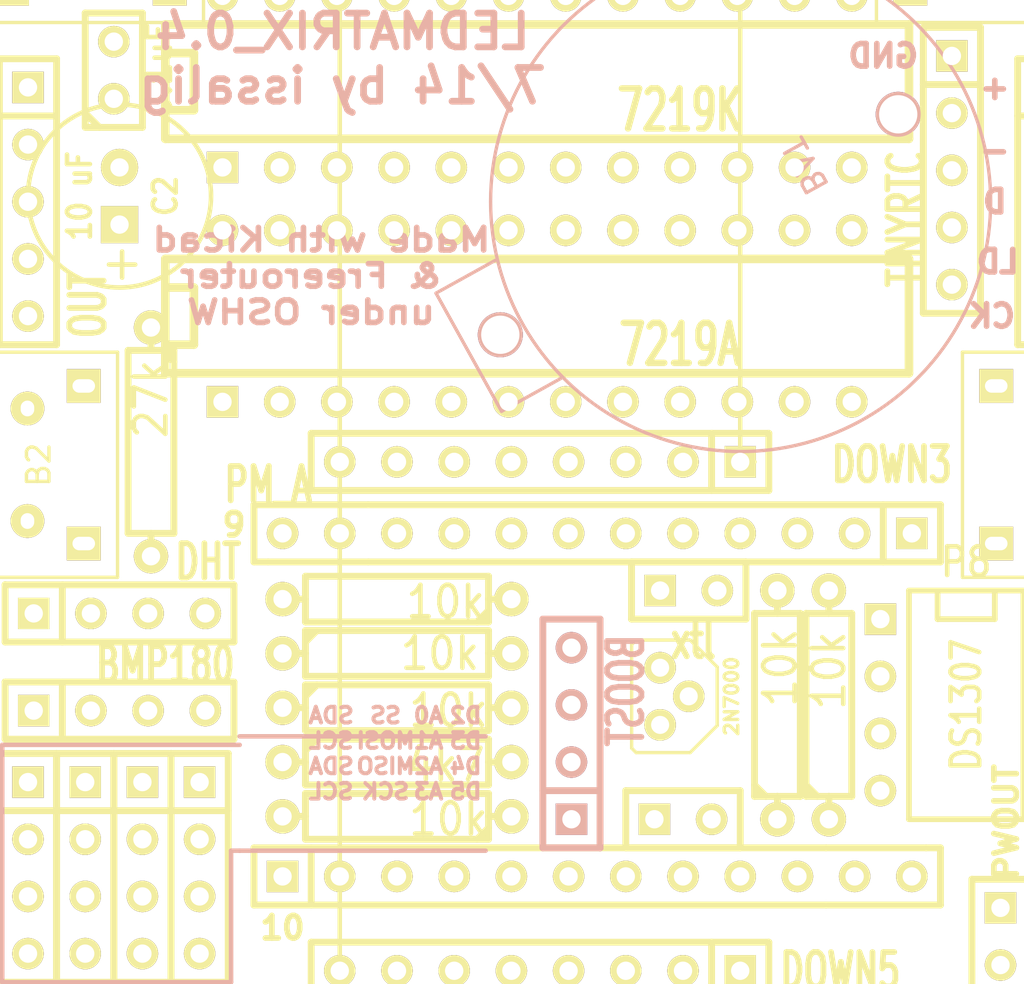
<source format=kicad_pcb>
(kicad_pcb (version 3) (host pcbnew "(2013-07-07 BZR 4022)-stable")

  (general
    (links 135)
    (no_connects 135)
    (area 173.101 72.576999 234.68076 132.884333)
    (thickness 1.6)
    (drawings 33)
    (tracks 0)
    (zones 0)
    (modules 38)
    (nets 45)
  )

  (page A4)
  (layers
    (15 F.Cu signal hide)
    (0 B.Cu signal hide)
    (17 F.Adhes user hide)
    (19 F.Paste user hide)
    (20 B.SilkS user)
    (21 F.SilkS user hide)
    (22 B.Mask user hide)
    (23 F.Mask user hide)
    (28 Edge.Cuts user hide)
  )

  (setup
    (last_trace_width 0.254)
    (trace_clearance 0.254)
    (zone_clearance 0.508)
    (zone_45_only no)
    (trace_min 0.254)
    (segment_width 0.2)
    (edge_width 0.1)
    (via_size 0.889)
    (via_drill 0.635)
    (via_min_size 0.889)
    (via_min_drill 0.508)
    (uvia_size 0.508)
    (uvia_drill 0.127)
    (uvias_allowed no)
    (uvia_min_size 0.508)
    (uvia_min_drill 0.127)
    (pcb_text_width 0.3)
    (pcb_text_size 1.5 1.5)
    (mod_edge_width 0.15)
    (mod_text_size 1 1)
    (mod_text_width 0.15)
    (pad_size 1.5 1.5)
    (pad_drill 0.7)
    (pad_to_mask_clearance 0)
    (aux_axis_origin 0 0)
    (visible_elements 7FFE7BFF)
    (pcbplotparams
      (layerselection 284196865)
      (usegerberextensions true)
      (excludeedgelayer true)
      (linewidth 0.150000)
      (plotframeref false)
      (viasonmask false)
      (mode 1)
      (useauxorigin false)
      (hpglpennumber 1)
      (hpglpenspeed 20)
      (hpglpendiameter 15)
      (hpglpenoverlay 2)
      (psnegative false)
      (psa4output false)
      (plotreference true)
      (plotvalue true)
      (plotothertext true)
      (plotinvisibletext false)
      (padsonsilk false)
      (subtractmaskfromsilk false)
      (outputformat 1)
      (mirror false)
      (drillshape 0)
      (scaleselection 1)
      (outputdirectory itead-0.3/))
  )

  (net 0 "")
  (net 1 +3.3V)
  (net 2 +5V)
  (net 3 /1)
  (net 4 /10)
  (net 5 /11)
  (net 6 /12)
  (net 7 /13)
  (net 8 /14)
  (net 9 /15)
  (net 10 /16)
  (net 11 /2)
  (net 12 /3)
  (net 13 /4)
  (net 14 /5)
  (net 15 /6)
  (net 16 /7)
  (net 17 /8)
  (net 18 /9)
  (net 19 /A0)
  (net 20 /A1)
  (net 21 /A2)
  (net 22 /A3)
  (net 23 /A4_SDA)
  (net 24 /A5_SCL)
  (net 25 /CK)
  (net 26 /D10)
  (net 27 /D11)
  (net 28 /D12)
  (net 29 /D13)
  (net 30 /D2)
  (net 31 /D3)
  (net 32 /D4)
  (net 33 /D5)
  (net 34 /D6)
  (net 35 /D7)
  (net 36 /D9)
  (net 37 /DOUT)
  (net 38 /IS)
  (net 39 /VCCRTC)
  (net 40 GND)
  (net 41 N-0000023)
  (net 42 N-0000024)
  (net 43 N-0000031)
  (net 44 VCC)

  (net_class Default "This is the default net class."
    (clearance 0.254)
    (trace_width 0.254)
    (via_dia 0.889)
    (via_drill 0.635)
    (uvia_dia 0.508)
    (uvia_drill 0.127)
    (add_net "")
    (add_net +3.3V)
    (add_net +5V)
    (add_net /1)
    (add_net /10)
    (add_net /11)
    (add_net /12)
    (add_net /13)
    (add_net /14)
    (add_net /15)
    (add_net /16)
    (add_net /2)
    (add_net /3)
    (add_net /4)
    (add_net /5)
    (add_net /6)
    (add_net /7)
    (add_net /8)
    (add_net /9)
    (add_net /A0)
    (add_net /A1)
    (add_net /A2)
    (add_net /A3)
    (add_net /A4_SDA)
    (add_net /A5_SCL)
    (add_net /CK)
    (add_net /D10)
    (add_net /D11)
    (add_net /D12)
    (add_net /D13)
    (add_net /D2)
    (add_net /D3)
    (add_net /D4)
    (add_net /D5)
    (add_net /D6)
    (add_net /D7)
    (add_net /D9)
    (add_net /DOUT)
    (add_net /IS)
    (add_net /VCCRTC)
    (add_net GND)
    (add_net N-0000023)
    (add_net N-0000024)
    (add_net N-0000031)
    (add_net VCC)
  )

  (module SIL-8 (layer F.Cu) (tedit 538AFC4B) (tstamp 532E06B0)
    (at 208.915 74.803)
    (descr "Connecteur 8 pins")
    (tags "CONN DEV")
    (path /532DF209)
    (fp_text reference P1 (at 12.065 0.127) (layer F.SilkS) hide
      (effects (font (size 1.72974 1.08712) (thickness 0.27178)))
    )
    (fp_text value UP (at 12.065 0.127) (layer F.SilkS)
      (effects (font (size 1.524 1.016) (thickness 0.3048)))
    )
    (fp_line (start -10.16 -1.27) (end 10.16 -1.27) (layer F.SilkS) (width 0.3048))
    (fp_line (start 10.16 -1.27) (end 10.16 1.27) (layer F.SilkS) (width 0.3048))
    (fp_line (start 10.16 1.27) (end -10.16 1.27) (layer F.SilkS) (width 0.3048))
    (fp_line (start -10.16 1.27) (end -10.16 -1.27) (layer F.SilkS) (width 0.3048))
    (fp_line (start -7.62 1.27) (end -7.62 -1.27) (layer F.SilkS) (width 0.3048))
    (pad 1 thru_hole rect (at -8.89 0) (size 1.397 1.397) (drill 0.8128)
      (layers *.Cu *.Mask F.SilkS)
      (net 18 /9)
    )
    (pad 2 thru_hole circle (at -6.35 0) (size 1.397 1.397) (drill 0.8128)
      (layers *.Cu *.Mask F.SilkS)
      (net 4 /10)
    )
    (pad 3 thru_hole circle (at -3.81 0) (size 1.397 1.397) (drill 0.8128)
      (layers *.Cu *.Mask F.SilkS)
      (net 5 /11)
    )
    (pad 4 thru_hole circle (at -1.27 0) (size 1.397 1.397) (drill 0.8128)
      (layers *.Cu *.Mask F.SilkS)
      (net 6 /12)
    )
    (pad 5 thru_hole circle (at 1.27 0) (size 1.397 1.397) (drill 0.8128)
      (layers *.Cu *.Mask F.SilkS)
      (net 7 /13)
    )
    (pad 6 thru_hole circle (at 3.81 0) (size 1.397 1.397) (drill 0.8128)
      (layers *.Cu *.Mask F.SilkS)
      (net 8 /14)
    )
    (pad 7 thru_hole circle (at 6.35 0) (size 1.397 1.397) (drill 0.8128)
      (layers *.Cu *.Mask F.SilkS)
      (net 9 /15)
    )
    (pad 8 thru_hole circle (at 8.89 0) (size 1.397 1.397) (drill 0.8128)
      (layers *.Cu *.Mask F.SilkS)
      (net 10 /16)
    )
  )

  (module SIL-8 (layer F.Cu) (tedit 538AFC3D) (tstamp 532E06C1)
    (at 208.915 121.031 180)
    (descr "Connecteur 8 pins")
    (tags "CONN DEV")
    (path /532DF24C)
    (fp_text reference P2 (at 11.43 -0.254 180) (layer F.SilkS) hide
      (effects (font (size 1.72974 1.08712) (thickness 0.27178)))
    )
    (fp_text value DOWN5 (at -13.335 0 180) (layer F.SilkS)
      (effects (font (size 1.524 1.016) (thickness 0.3048)))
    )
    (fp_line (start -10.16 -1.27) (end 10.16 -1.27) (layer F.SilkS) (width 0.3048))
    (fp_line (start 10.16 -1.27) (end 10.16 1.27) (layer F.SilkS) (width 0.3048))
    (fp_line (start 10.16 1.27) (end -10.16 1.27) (layer F.SilkS) (width 0.3048))
    (fp_line (start -10.16 1.27) (end -10.16 -1.27) (layer F.SilkS) (width 0.3048))
    (fp_line (start -7.62 1.27) (end -7.62 -1.27) (layer F.SilkS) (width 0.3048))
    (pad 1 thru_hole rect (at -8.89 0 180) (size 1.397 1.397) (drill 0.8128)
      (layers *.Cu *.Mask F.SilkS)
      (net 3 /1)
    )
    (pad 2 thru_hole circle (at -6.35 0 180) (size 1.397 1.397) (drill 0.8128)
      (layers *.Cu *.Mask F.SilkS)
      (net 11 /2)
    )
    (pad 3 thru_hole circle (at -3.81 0 180) (size 1.397 1.397) (drill 0.8128)
      (layers *.Cu *.Mask F.SilkS)
      (net 12 /3)
    )
    (pad 4 thru_hole circle (at -1.27 0 180) (size 1.397 1.397) (drill 0.8128)
      (layers *.Cu *.Mask F.SilkS)
      (net 13 /4)
    )
    (pad 5 thru_hole circle (at 1.27 0 180) (size 1.397 1.397) (drill 0.8128)
      (layers *.Cu *.Mask F.SilkS)
      (net 14 /5)
    )
    (pad 6 thru_hole circle (at 3.81 0 180) (size 1.397 1.397) (drill 0.8128)
      (layers *.Cu *.Mask F.SilkS)
      (net 15 /6)
    )
    (pad 7 thru_hole circle (at 6.35 0 180) (size 1.397 1.397) (drill 0.8128)
      (layers *.Cu *.Mask F.SilkS)
      (net 16 /7)
    )
    (pad 8 thru_hole circle (at 8.89 0 180) (size 1.397 1.397) (drill 0.8128)
      (layers *.Cu *.Mask F.SilkS)
      (net 17 /8)
    )
  )

  (module R4 (layer F.Cu) (tedit 538A5ED6) (tstamp 5388D9C7)
    (at 202.565 106.934)
    (descr "Resitance 4 pas")
    (tags R)
    (path /532DF8CE)
    (autoplace_cost180 10)
    (fp_text reference R2 (at -2.54 0) (layer F.SilkS) hide
      (effects (font (size 1.397 1.27) (thickness 0.2032)))
    )
    (fp_text value 10k (at 1.905 0) (layer F.SilkS)
      (effects (font (size 1.397 1.27) (thickness 0.2032)))
    )
    (fp_line (start -5.08 0) (end -4.064 0) (layer F.SilkS) (width 0.3048))
    (fp_line (start -4.064 0) (end -4.064 -1.016) (layer F.SilkS) (width 0.3048))
    (fp_line (start -4.064 -1.016) (end 4.064 -1.016) (layer F.SilkS) (width 0.3048))
    (fp_line (start 4.064 -1.016) (end 4.064 1.016) (layer F.SilkS) (width 0.3048))
    (fp_line (start 4.064 1.016) (end -4.064 1.016) (layer F.SilkS) (width 0.3048))
    (fp_line (start -4.064 1.016) (end -4.064 0) (layer F.SilkS) (width 0.3048))
    (fp_line (start -4.064 -0.508) (end -3.556 -1.016) (layer F.SilkS) (width 0.3048))
    (fp_line (start 5.08 0) (end 4.064 0) (layer F.SilkS) (width 0.3048))
    (pad 1 thru_hole circle (at -5.08 0) (size 1.524 1.524) (drill 0.8128)
      (layers *.Cu *.Mask F.SilkS)
      (net 35 /D7)
    )
    (pad 2 thru_hole circle (at 5.08 0) (size 1.524 1.524) (drill 0.8128)
      (layers *.Cu *.Mask F.SilkS)
      (net 40 GND)
    )
    (model discret/resistor.wrl
      (at (xyz 0 0 0))
      (scale (xyz 0.4 0.4 0.4))
      (rotate (xyz 0 0 0))
    )
  )

  (module R4 (layer F.Cu) (tedit 538A5ECB) (tstamp 53B82DA9)
    (at 191.643 97.536 270)
    (descr "Resitance 4 pas")
    (tags R)
    (path /532DF9A8)
    (autoplace_cost180 10)
    (fp_text reference R1 (at 2.54 0 270) (layer F.SilkS) hide
      (effects (font (size 1.397 1.27) (thickness 0.2032)))
    )
    (fp_text value 27k (at -1.905 0 270) (layer F.SilkS)
      (effects (font (size 1.397 1.27) (thickness 0.2032)))
    )
    (fp_line (start -5.08 0) (end -4.064 0) (layer F.SilkS) (width 0.3048))
    (fp_line (start -4.064 0) (end -4.064 -1.016) (layer F.SilkS) (width 0.3048))
    (fp_line (start -4.064 -1.016) (end 4.064 -1.016) (layer F.SilkS) (width 0.3048))
    (fp_line (start 4.064 -1.016) (end 4.064 1.016) (layer F.SilkS) (width 0.3048))
    (fp_line (start 4.064 1.016) (end -4.064 1.016) (layer F.SilkS) (width 0.3048))
    (fp_line (start -4.064 1.016) (end -4.064 0) (layer F.SilkS) (width 0.3048))
    (fp_line (start -4.064 -0.508) (end -3.556 -1.016) (layer F.SilkS) (width 0.3048))
    (fp_line (start 5.08 0) (end 4.064 0) (layer F.SilkS) (width 0.3048))
    (pad 1 thru_hole circle (at -5.08 0 270) (size 1.524 1.524) (drill 0.8128)
      (layers *.Cu *.Mask F.SilkS)
      (net 44 VCC)
    )
    (pad 2 thru_hole circle (at 5.08 0 270) (size 1.524 1.524) (drill 0.8128)
      (layers *.Cu *.Mask F.SilkS)
      (net 38 /IS)
    )
    (model discret/resistor.wrl
      (at (xyz 0 0 0))
      (scale (xyz 0.4 0.4 0.4))
      (rotate (xyz 0 0 0))
    )
  )

  (module DIP-24__300 (layer F.Cu) (tedit 5389DF33) (tstamp 5389C55C)
    (at 208.788 81.534)
    (descr "24 pins DIL package, round pads")
    (tags DIL)
    (path /532D97A9)
    (fp_text reference U1 (at -8.89 -1.27) (layer F.SilkS) hide
      (effects (font (size 1.778 1.143) (thickness 0.28575)))
    )
    (fp_text value 7219K (at 6.35 1.27) (layer F.SilkS)
      (effects (font (size 1.778 1.143) (thickness 0.3048)))
    )
    (fp_line (start -16.51 -1.27) (end -15.24 -1.27) (layer F.SilkS) (width 0.381))
    (fp_line (start -15.24 -1.27) (end -15.24 1.27) (layer F.SilkS) (width 0.381))
    (fp_line (start -15.24 1.27) (end -16.51 1.27) (layer F.SilkS) (width 0.381))
    (fp_line (start -16.51 1.27) (end -16.51 1.27) (layer F.SilkS) (width 0.381))
    (fp_line (start -16.51 -2.54) (end 16.51 -2.54) (layer F.SilkS) (width 0.381))
    (fp_line (start 16.51 -2.54) (end 16.51 2.54) (layer F.SilkS) (width 0.381))
    (fp_line (start 16.51 2.54) (end -16.51 2.54) (layer F.SilkS) (width 0.381))
    (fp_line (start -16.51 2.54) (end -16.51 -2.54) (layer F.SilkS) (width 0.381))
    (pad 1 thru_hole rect (at -13.97 3.81) (size 1.397 1.397) (drill 0.8128)
      (layers *.Cu *.Mask F.SilkS)
      (net 36 /D9)
    )
    (pad 2 thru_hole circle (at -11.43 3.81) (size 1.397 1.397) (drill 0.8128)
      (layers *.Cu *.Mask F.SilkS)
      (net 18 /9)
    )
    (pad 3 thru_hole circle (at -8.89 3.81) (size 1.397 1.397) (drill 0.8128)
      (layers *.Cu *.Mask F.SilkS)
      (net 3 /1)
    )
    (pad 4 thru_hole circle (at -6.35 3.81) (size 1.397 1.397) (drill 0.8128)
      (layers *.Cu *.Mask F.SilkS)
      (net 40 GND)
    )
    (pad 5 thru_hole circle (at -3.81 3.81) (size 1.397 1.397) (drill 0.8128)
      (layers *.Cu *.Mask F.SilkS)
      (net 11 /2)
    )
    (pad 6 thru_hole circle (at -1.27 3.81) (size 1.397 1.397) (drill 0.8128)
      (layers *.Cu *.Mask F.SilkS)
      (net 17 /8)
    )
    (pad 7 thru_hole circle (at 1.27 3.81) (size 1.397 1.397) (drill 0.8128)
      (layers *.Cu *.Mask F.SilkS)
      (net 6 /12)
    )
    (pad 8 thru_hole circle (at 3.81 3.81) (size 1.397 1.397) (drill 0.8128)
      (layers *.Cu *.Mask F.SilkS)
      (net 14 /5)
    )
    (pad 9 thru_hole circle (at 6.35 3.81) (size 1.397 1.397) (drill 0.8128)
      (layers *.Cu *.Mask F.SilkS)
      (net 40 GND)
    )
    (pad 10 thru_hole circle (at 8.89 3.81) (size 1.397 1.397) (drill 0.8128)
      (layers *.Cu *.Mask F.SilkS)
      (net 16 /7)
    )
    (pad 11 thru_hole circle (at 11.43 3.81) (size 1.397 1.397) (drill 0.8128)
      (layers *.Cu *.Mask F.SilkS)
      (net 8 /14)
    )
    (pad 12 thru_hole circle (at 13.97 3.81) (size 1.397 1.397) (drill 0.8128)
      (layers *.Cu *.Mask F.SilkS)
      (net 35 /D7)
    )
    (pad 13 thru_hole circle (at 13.97 -3.81) (size 1.397 1.397) (drill 0.8128)
      (layers *.Cu *.Mask F.SilkS)
      (net 25 /CK)
    )
    (pad 14 thru_hole circle (at 11.43 -3.81) (size 1.397 1.397) (drill 0.8128)
      (layers *.Cu *.Mask F.SilkS)
      (net 12 /3)
    )
    (pad 15 thru_hole circle (at 8.89 -3.81) (size 1.397 1.397) (drill 0.8128)
      (layers *.Cu *.Mask F.SilkS)
      (net 9 /15)
    )
    (pad 16 thru_hole circle (at 6.35 -3.81) (size 1.397 1.397) (drill 0.8128)
      (layers *.Cu *.Mask F.SilkS)
      (net 13 /4)
    )
    (pad 17 thru_hole circle (at 3.81 -3.81) (size 1.397 1.397) (drill 0.8128)
      (layers *.Cu *.Mask F.SilkS)
      (net 10 /16)
    )
    (pad 18 thru_hole circle (at 1.27 -3.81) (size 1.397 1.397) (drill 0.8128)
      (layers *.Cu *.Mask F.SilkS)
      (net 38 /IS)
    )
    (pad 19 thru_hole circle (at -1.27 -3.81) (size 1.397 1.397) (drill 0.8128)
      (layers *.Cu *.Mask F.SilkS)
      (net 44 VCC)
    )
    (pad 20 thru_hole circle (at -3.81 -3.81) (size 1.397 1.397) (drill 0.8128)
      (layers *.Cu *.Mask F.SilkS)
      (net 4 /10)
    )
    (pad 21 thru_hole circle (at -6.35 -3.81) (size 1.397 1.397) (drill 0.8128)
      (layers *.Cu *.Mask F.SilkS)
      (net 5 /11)
    )
    (pad 22 thru_hole circle (at -8.89 -3.81) (size 1.397 1.397) (drill 0.8128)
      (layers *.Cu *.Mask F.SilkS)
      (net 7 /13)
    )
    (pad 23 thru_hole circle (at -11.43 -3.81) (size 1.397 1.397) (drill 0.8128)
      (layers *.Cu *.Mask F.SilkS)
      (net 15 /6)
    )
    (pad 24 thru_hole circle (at -13.97 -3.81) (size 1.397 1.397) (drill 0.8128)
      (layers *.Cu *.Mask F.SilkS)
      (net 37 /DOUT)
    )
    (model dil/dil_24-w300.wrl
      (at (xyz 0 0 0))
      (scale (xyz 1 1 1))
      (rotate (xyz 0 0 0))
    )
  )

  (module C1V8 (layer F.Cu) (tedit 3DD3A719) (tstamp 532E0727)
    (at 190.246 86.614 90)
    (path /532DF9C6)
    (fp_text reference C2 (at 0 2.032 90) (layer F.SilkS)
      (effects (font (size 1.016 0.889) (thickness 0.2032)))
    )
    (fp_text value "10 uF" (at 0 -1.77546 90) (layer F.SilkS)
      (effects (font (size 1.016 0.889) (thickness 0.2032)))
    )
    (fp_text user + (at -3.04546 0 90) (layer F.SilkS)
      (effects (font (size 1.524 1.524) (thickness 0.2032)))
    )
    (fp_circle (center 0 0) (end 4.064 0) (layer F.SilkS) (width 0.2032))
    (pad 1 thru_hole rect (at -1.27 0 90) (size 1.651 1.651) (drill 0.8128)
      (layers *.Cu *.Mask F.SilkS)
      (net 44 VCC)
    )
    (pad 2 thru_hole circle (at 1.27 0 90) (size 1.651 1.651) (drill 0.8128)
      (layers *.Cu *.Mask F.SilkS)
      (net 40 GND)
    )
    (model discret/c_vert_c1v8.wrl
      (at (xyz 0 0 0))
      (scale (xyz 1 1 1))
      (rotate (xyz 0 0 0))
    )
  )

  (module C1 (layer F.Cu) (tedit 538A5F61) (tstamp 532E0732)
    (at 189.992 81.026 90)
    (descr "Condensateur e = 1 pas")
    (tags C)
    (path /532DF9B7)
    (fp_text reference C1 (at -1.27 -2.032 90) (layer F.SilkS) hide
      (effects (font (size 1.016 1.016) (thickness 0.2032)))
    )
    (fp_text value 0.1uF (at 0 2.032 90) (layer F.SilkS)
      (effects (font (size 1.016 1.016) (thickness 0.2032)))
    )
    (fp_line (start -2.4892 -1.27) (end 2.54 -1.27) (layer F.SilkS) (width 0.3048))
    (fp_line (start 2.54 -1.27) (end 2.54 1.27) (layer F.SilkS) (width 0.3048))
    (fp_line (start 2.54 1.27) (end -2.54 1.27) (layer F.SilkS) (width 0.3048))
    (fp_line (start -2.54 1.27) (end -2.54 -1.27) (layer F.SilkS) (width 0.3048))
    (fp_line (start -2.54 -0.635) (end -1.905 -1.27) (layer F.SilkS) (width 0.3048))
    (pad 1 thru_hole circle (at -1.27 0 90) (size 1.397 1.397) (drill 0.8128)
      (layers *.Cu *.Mask F.SilkS)
      (net 40 GND)
    )
    (pad 2 thru_hole circle (at 1.27 0 90) (size 1.397 1.397) (drill 0.8128)
      (layers *.Cu *.Mask F.SilkS)
      (net 44 VCC)
    )
    (model discret/capa_1_pas.wrl
      (at (xyz 0 0 0))
      (scale (xyz 1 1 1))
      (rotate (xyz 0 0 0))
    )
  )

  (module SIL-8 (layer F.Cu) (tedit 5388D757) (tstamp 532FA46A)
    (at 208.915 98.425 180)
    (descr "Connecteur 8 pins")
    (tags "CONN DEV")
    (path /532E2EFF)
    (fp_text reference P5 (at 9.525 2.54 180) (layer F.SilkS) hide
      (effects (font (size 1.72974 1.08712) (thickness 0.27178)))
    )
    (fp_text value DOWN3 (at -15.621 -0.127 180) (layer F.SilkS)
      (effects (font (size 1.524 1.016) (thickness 0.3048)))
    )
    (fp_line (start -10.16 -1.27) (end 10.16 -1.27) (layer F.SilkS) (width 0.3048))
    (fp_line (start 10.16 -1.27) (end 10.16 1.27) (layer F.SilkS) (width 0.3048))
    (fp_line (start 10.16 1.27) (end -10.16 1.27) (layer F.SilkS) (width 0.3048))
    (fp_line (start -10.16 1.27) (end -10.16 -1.27) (layer F.SilkS) (width 0.3048))
    (fp_line (start -7.62 1.27) (end -7.62 -1.27) (layer F.SilkS) (width 0.3048))
    (pad 1 thru_hole rect (at -8.89 0 180) (size 1.397 1.397) (drill 0.8128)
      (layers *.Cu *.Mask F.SilkS)
      (net 3 /1)
    )
    (pad 2 thru_hole circle (at -6.35 0 180) (size 1.397 1.397) (drill 0.8128)
      (layers *.Cu *.Mask F.SilkS)
      (net 11 /2)
    )
    (pad 3 thru_hole circle (at -3.81 0 180) (size 1.397 1.397) (drill 0.8128)
      (layers *.Cu *.Mask F.SilkS)
      (net 12 /3)
    )
    (pad 4 thru_hole circle (at -1.27 0 180) (size 1.397 1.397) (drill 0.8128)
      (layers *.Cu *.Mask F.SilkS)
      (net 13 /4)
    )
    (pad 5 thru_hole circle (at 1.27 0 180) (size 1.397 1.397) (drill 0.8128)
      (layers *.Cu *.Mask F.SilkS)
      (net 14 /5)
    )
    (pad 6 thru_hole circle (at 3.81 0 180) (size 1.397 1.397) (drill 0.8128)
      (layers *.Cu *.Mask F.SilkS)
      (net 15 /6)
    )
    (pad 7 thru_hole circle (at 6.35 0 180) (size 1.397 1.397) (drill 0.8128)
      (layers *.Cu *.Mask F.SilkS)
      (net 16 /7)
    )
    (pad 8 thru_hole circle (at 8.89 0 180) (size 1.397 1.397) (drill 0.8128)
      (layers *.Cu *.Mask F.SilkS)
      (net 17 /8)
    )
  )

  (module SIL-12 (layer F.Cu) (tedit 53BC5E12) (tstamp 532EDDAB)
    (at 211.455 116.84)
    (descr "Connecteur 12 pins")
    (tags "CONN DEV")
    (path /532ED603)
    (fp_text reference P7 (at 1.905 -2.54) (layer F.SilkS) hide
      (effects (font (size 1.72974 1.08712) (thickness 0.27178)))
    )
    (fp_text value PM_B (at -13.081 2.286) (layer F.SilkS) hide
      (effects (font (size 1.524 1.016) (thickness 0.254)))
    )
    (fp_line (start -15.24 1.27) (end -15.24 1.27) (layer F.SilkS) (width 0.3048))
    (fp_line (start -15.24 1.27) (end -15.24 -1.27) (layer F.SilkS) (width 0.3048))
    (fp_line (start -15.24 -1.27) (end 10.16 -1.27) (layer F.SilkS) (width 0.3048))
    (fp_line (start 10.16 1.27) (end -15.24 1.27) (layer F.SilkS) (width 0.3048))
    (fp_line (start -12.7 1.27) (end -12.7 -1.27) (layer F.SilkS) (width 0.3048))
    (fp_line (start 10.16 -1.27) (end 14.605 -1.27) (layer F.SilkS) (width 0.3048))
    (fp_line (start 14.605 -1.27) (end 15.24 -1.27) (layer F.SilkS) (width 0.3048))
    (fp_line (start 15.24 -1.27) (end 15.24 1.27) (layer F.SilkS) (width 0.3048))
    (fp_line (start 15.24 1.27) (end 10.16 1.27) (layer F.SilkS) (width 0.3048))
    (pad 1 thru_hole rect (at -13.97 0) (size 1.397 1.397) (drill 0.8128)
      (layers *.Cu *.Mask F.SilkS)
      (net 26 /D10)
    )
    (pad 2 thru_hole circle (at -11.43 0) (size 1.397 1.397) (drill 0.8128)
      (layers *.Cu *.Mask F.SilkS)
      (net 27 /D11)
    )
    (pad 3 thru_hole circle (at -8.89 0) (size 1.397 1.397) (drill 0.8128)
      (layers *.Cu *.Mask F.SilkS)
      (net 28 /D12)
    )
    (pad 4 thru_hole circle (at -6.35 0) (size 1.397 1.397) (drill 0.8128)
      (layers *.Cu *.Mask F.SilkS)
      (net 29 /D13)
    )
    (pad 5 thru_hole circle (at -3.81 0) (size 1.397 1.397) (drill 0.8128)
      (layers *.Cu *.Mask F.SilkS)
      (net 19 /A0)
    )
    (pad 6 thru_hole circle (at -1.27 0) (size 1.397 1.397) (drill 0.8128)
      (layers *.Cu *.Mask F.SilkS)
      (net 20 /A1)
    )
    (pad 7 thru_hole circle (at 1.27 0) (size 1.397 1.397) (drill 0.8128)
      (layers *.Cu *.Mask F.SilkS)
      (net 21 /A2)
    )
    (pad 8 thru_hole circle (at 3.81 0) (size 1.397 1.397) (drill 0.8128)
      (layers *.Cu *.Mask F.SilkS)
      (net 22 /A3)
    )
    (pad 9 thru_hole circle (at 6.35 0) (size 1.397 1.397) (drill 0.8128)
      (layers *.Cu *.Mask F.SilkS)
      (net 44 VCC)
    )
    (pad 10 thru_hole circle (at 8.89 0) (size 1.397 1.397) (drill 0.8128)
      (layers *.Cu *.Mask F.SilkS)
    )
    (pad 11 thru_hole circle (at 11.43 0) (size 1.397 1.397) (drill 0.8128)
      (layers *.Cu *.Mask F.SilkS)
      (net 40 GND)
    )
    (pad 12 thru_hole circle (at 13.97 0) (size 1.397 1.397) (drill 0.8128)
      (layers *.Cu *.Mask F.SilkS)
    )
    (model pin_array\pins_array_12x1.wrl
      (at (xyz 0 0 0))
      (scale (xyz 1 1 1))
      (rotate (xyz 0 0 0))
    )
  )

  (module SIL-12 (layer F.Cu) (tedit 538A05E9) (tstamp 532ED7E9)
    (at 211.455 101.6 180)
    (descr "Connecteur 12 pins")
    (tags "CONN DEV")
    (path /532ED908)
    (fp_text reference P6 (at -1.27 -3.175 180) (layer F.SilkS) hide
      (effects (font (size 1.72974 1.08712) (thickness 0.27178)))
    )
    (fp_text value PM_A (at 14.605 2.159 180) (layer F.SilkS)
      (effects (font (size 1.524 1.016) (thickness 0.3048)))
    )
    (fp_line (start -15.24 1.27) (end -15.24 1.27) (layer F.SilkS) (width 0.3048))
    (fp_line (start -15.24 1.27) (end -15.24 -1.27) (layer F.SilkS) (width 0.3048))
    (fp_line (start -15.24 -1.27) (end 10.16 -1.27) (layer F.SilkS) (width 0.3048))
    (fp_line (start 10.16 1.27) (end -15.24 1.27) (layer F.SilkS) (width 0.3048))
    (fp_line (start -12.7 1.27) (end -12.7 -1.27) (layer F.SilkS) (width 0.3048))
    (fp_line (start 10.16 -1.27) (end 14.605 -1.27) (layer F.SilkS) (width 0.3048))
    (fp_line (start 14.605 -1.27) (end 15.24 -1.27) (layer F.SilkS) (width 0.3048))
    (fp_line (start 15.24 -1.27) (end 15.24 1.27) (layer F.SilkS) (width 0.3048))
    (fp_line (start 15.24 1.27) (end 10.16 1.27) (layer F.SilkS) (width 0.3048))
    (pad 1 thru_hole rect (at -13.97 0 180) (size 1.397 1.397) (drill 0.8128)
      (layers *.Cu *.Mask F.SilkS)
    )
    (pad 2 thru_hole circle (at -11.43 0 180) (size 1.397 1.397) (drill 0.8128)
      (layers *.Cu *.Mask F.SilkS)
    )
    (pad 3 thru_hole circle (at -8.89 0 180) (size 1.397 1.397) (drill 0.8128)
      (layers *.Cu *.Mask F.SilkS)
    )
    (pad 4 thru_hole circle (at -6.35 0 180) (size 1.397 1.397) (drill 0.8128)
      (layers *.Cu *.Mask F.SilkS)
    )
    (pad 5 thru_hole circle (at -3.81 0 180) (size 1.397 1.397) (drill 0.8128)
      (layers *.Cu *.Mask F.SilkS)
      (net 30 /D2)
    )
    (pad 6 thru_hole circle (at -1.27 0 180) (size 1.397 1.397) (drill 0.8128)
      (layers *.Cu *.Mask F.SilkS)
      (net 31 /D3)
    )
    (pad 7 thru_hole circle (at 1.27 0 180) (size 1.397 1.397) (drill 0.8128)
      (layers *.Cu *.Mask F.SilkS)
      (net 32 /D4)
    )
    (pad 8 thru_hole circle (at 3.81 0 180) (size 1.397 1.397) (drill 0.8128)
      (layers *.Cu *.Mask F.SilkS)
      (net 33 /D5)
    )
    (pad 9 thru_hole circle (at 6.35 0 180) (size 1.397 1.397) (drill 0.8128)
      (layers *.Cu *.Mask F.SilkS)
      (net 34 /D6)
    )
    (pad 10 thru_hole circle (at 8.89 0 180) (size 1.397 1.397) (drill 0.8128)
      (layers *.Cu *.Mask F.SilkS)
      (net 35 /D7)
    )
    (pad 11 thru_hole circle (at 11.43 0 180) (size 1.397 1.397) (drill 0.8128)
      (layers *.Cu *.Mask F.SilkS)
      (net 25 /CK)
    )
    (pad 12 thru_hole circle (at 13.97 0 180) (size 1.397 1.397) (drill 0.8128)
      (layers *.Cu *.Mask F.SilkS)
      (net 36 /D9)
    )
    (model pin_array\pins_array_12x1.wrl
      (at (xyz 0 0 0))
      (scale (xyz 1 1 1))
      (rotate (xyz 0 0 0))
    )
  )

  (module DIP-24__300 (layer F.Cu) (tedit 53B842F9) (tstamp 5388CD50)
    (at 208.788 91.948)
    (descr "24 pins DIL package, round pads")
    (tags DIL)
    (path /5389174A)
    (fp_text reference U2 (at -5.08 1.524) (layer F.SilkS) hide
      (effects (font (size 1.778 1.143) (thickness 0.28575)))
    )
    (fp_text value 7219A (at 6.35 1.27) (layer F.SilkS)
      (effects (font (size 1.778 1.143) (thickness 0.3048)))
    )
    (fp_line (start -16.51 -1.27) (end -15.24 -1.27) (layer F.SilkS) (width 0.381))
    (fp_line (start -15.24 -1.27) (end -15.24 1.27) (layer F.SilkS) (width 0.381))
    (fp_line (start -15.24 1.27) (end -16.51 1.27) (layer F.SilkS) (width 0.381))
    (fp_line (start -16.51 1.27) (end -16.51 1.27) (layer F.SilkS) (width 0.381))
    (fp_line (start -16.51 -2.54) (end 16.51 -2.54) (layer F.SilkS) (width 0.381))
    (fp_line (start 16.51 -2.54) (end 16.51 2.54) (layer F.SilkS) (width 0.381))
    (fp_line (start 16.51 2.54) (end -16.51 2.54) (layer F.SilkS) (width 0.381))
    (fp_line (start -16.51 2.54) (end -16.51 -2.54) (layer F.SilkS) (width 0.381))
    (pad 1 thru_hole rect (at -13.97 3.81) (size 1.397 1.397) (drill 0.8128)
      (layers *.Cu *.Mask F.SilkS)
      (net 36 /D9)
    )
    (pad 2 thru_hole circle (at -11.43 3.81) (size 1.397 1.397) (drill 0.8128)
      (layers *.Cu *.Mask F.SilkS)
      (net 7 /13)
    )
    (pad 3 thru_hole circle (at -8.89 3.81) (size 1.397 1.397) (drill 0.8128)
      (layers *.Cu *.Mask F.SilkS)
      (net 15 /6)
    )
    (pad 4 thru_hole circle (at -6.35 3.81) (size 1.397 1.397) (drill 0.8128)
      (layers *.Cu *.Mask F.SilkS)
      (net 40 GND)
    )
    (pad 5 thru_hole circle (at -3.81 3.81) (size 1.397 1.397) (drill 0.8128)
      (layers *.Cu *.Mask F.SilkS)
      (net 9 /15)
    )
    (pad 6 thru_hole circle (at -1.27 3.81) (size 1.397 1.397) (drill 0.8128)
      (layers *.Cu *.Mask F.SilkS)
      (net 13 /4)
    )
    (pad 7 thru_hole circle (at 1.27 3.81) (size 1.397 1.397) (drill 0.8128)
      (layers *.Cu *.Mask F.SilkS)
      (net 4 /10)
    )
    (pad 8 thru_hole circle (at 3.81 3.81) (size 1.397 1.397) (drill 0.8128)
      (layers *.Cu *.Mask F.SilkS)
      (net 10 /16)
    )
    (pad 9 thru_hole circle (at 6.35 3.81) (size 1.397 1.397) (drill 0.8128)
      (layers *.Cu *.Mask F.SilkS)
      (net 40 GND)
    )
    (pad 10 thru_hole circle (at 8.89 3.81) (size 1.397 1.397) (drill 0.8128)
      (layers *.Cu *.Mask F.SilkS)
      (net 5 /11)
    )
    (pad 11 thru_hole circle (at 11.43 3.81) (size 1.397 1.397) (drill 0.8128)
      (layers *.Cu *.Mask F.SilkS)
      (net 12 /3)
    )
    (pad 12 thru_hole circle (at 13.97 3.81) (size 1.397 1.397) (drill 0.8128)
      (layers *.Cu *.Mask F.SilkS)
      (net 35 /D7)
    )
    (pad 13 thru_hole circle (at 13.97 -3.81) (size 1.397 1.397) (drill 0.8128)
      (layers *.Cu *.Mask F.SilkS)
      (net 25 /CK)
    )
    (pad 14 thru_hole circle (at 11.43 -3.81) (size 1.397 1.397) (drill 0.8128)
      (layers *.Cu *.Mask F.SilkS)
      (net 8 /14)
    )
    (pad 15 thru_hole circle (at 8.89 -3.81) (size 1.397 1.397) (drill 0.8128)
      (layers *.Cu *.Mask F.SilkS)
      (net 11 /2)
    )
    (pad 16 thru_hole circle (at 6.35 -3.81) (size 1.397 1.397) (drill 0.8128)
      (layers *.Cu *.Mask F.SilkS)
      (net 17 /8)
    )
    (pad 17 thru_hole circle (at 3.81 -3.81) (size 1.397 1.397) (drill 0.8128)
      (layers *.Cu *.Mask F.SilkS)
      (net 14 /5)
    )
    (pad 18 thru_hole circle (at 1.27 -3.81) (size 1.397 1.397) (drill 0.8128)
      (layers *.Cu *.Mask F.SilkS)
      (net 38 /IS)
    )
    (pad 19 thru_hole circle (at -1.27 -3.81) (size 1.397 1.397) (drill 0.8128)
      (layers *.Cu *.Mask F.SilkS)
      (net 44 VCC)
    )
    (pad 20 thru_hole circle (at -3.81 -3.81) (size 1.397 1.397) (drill 0.8128)
      (layers *.Cu *.Mask F.SilkS)
      (net 6 /12)
    )
    (pad 21 thru_hole circle (at -6.35 -3.81) (size 1.397 1.397) (drill 0.8128)
      (layers *.Cu *.Mask F.SilkS)
      (net 16 /7)
    )
    (pad 22 thru_hole circle (at -8.89 -3.81) (size 1.397 1.397) (drill 0.8128)
      (layers *.Cu *.Mask F.SilkS)
      (net 18 /9)
    )
    (pad 23 thru_hole circle (at -11.43 -3.81) (size 1.397 1.397) (drill 0.8128)
      (layers *.Cu *.Mask F.SilkS)
      (net 3 /1)
    )
    (pad 24 thru_hole circle (at -13.97 -3.81) (size 1.397 1.397) (drill 0.8128)
      (layers *.Cu *.Mask F.SilkS)
      (net 37 /DOUT)
    )
    (model dil/dil_24-w300.wrl
      (at (xyz 0 0 0))
      (scale (xyz 1 1 1))
      (rotate (xyz 0 0 0))
    )
  )

  (module SIL-4 (layer F.Cu) (tedit 538AFC13) (tstamp 5388F058)
    (at 190.246 109.474)
    (descr "Connecteur 4 pibs")
    (tags "CONN DEV")
    (path /5389335F)
    (fp_text reference P10 (at -3.81 -2.54) (layer F.SilkS) hide
      (effects (font (size 1.73482 1.08712) (thickness 0.27178)))
    )
    (fp_text value BMP180 (at 2.032 -2.032) (layer F.SilkS)
      (effects (font (size 1.524 1.016) (thickness 0.254)))
    )
    (fp_line (start -5.08 -1.27) (end -5.08 -1.27) (layer F.SilkS) (width 0.3048))
    (fp_line (start -5.08 1.27) (end -5.08 -1.27) (layer F.SilkS) (width 0.3048))
    (fp_line (start -5.08 -1.27) (end -5.08 -1.27) (layer F.SilkS) (width 0.3048))
    (fp_line (start -5.08 -1.27) (end 5.08 -1.27) (layer F.SilkS) (width 0.3048))
    (fp_line (start 5.08 -1.27) (end 5.08 1.27) (layer F.SilkS) (width 0.3048))
    (fp_line (start 5.08 1.27) (end -5.08 1.27) (layer F.SilkS) (width 0.3048))
    (fp_line (start -2.54 1.27) (end -2.54 -1.27) (layer F.SilkS) (width 0.3048))
    (pad 1 thru_hole rect (at -3.81 0) (size 1.397 1.397) (drill 0.8128)
      (layers *.Cu *.Mask F.SilkS)
      (net 1 +3.3V)
    )
    (pad 2 thru_hole circle (at -1.27 0) (size 1.397 1.397) (drill 0.8128)
      (layers *.Cu *.Mask F.SilkS)
      (net 40 GND)
    )
    (pad 3 thru_hole circle (at 1.27 0) (size 1.397 1.397) (drill 0.8128)
      (layers *.Cu *.Mask F.SilkS)
      (net 24 /A5_SCL)
    )
    (pad 4 thru_hole circle (at 3.81 0) (size 1.397 1.397) (drill 0.8128)
      (layers *.Cu *.Mask F.SilkS)
      (net 23 /A4_SDA)
    )
  )

  (module SIL-2 (layer F.Cu) (tedit 538A5EBD) (tstamp 5388F071)
    (at 215.265 114.3)
    (descr "Connecteurs 2 pins")
    (tags "CONN DEV")
    (path /5389464A)
    (fp_text reference P12 (at 0 -2.54) (layer F.SilkS) hide
      (effects (font (size 1.72974 1.08712) (thickness 0.27178)))
    )
    (fp_text value PM_C (at 0 -2.54) (layer F.SilkS) hide
      (effects (font (size 1.524 1.016) (thickness 0.3048)))
    )
    (fp_line (start -2.54 1.27) (end -2.54 -1.27) (layer F.SilkS) (width 0.3048))
    (fp_line (start -2.54 -1.27) (end 2.54 -1.27) (layer F.SilkS) (width 0.3048))
    (fp_line (start 2.54 -1.27) (end 2.54 1.27) (layer F.SilkS) (width 0.3048))
    (fp_line (start 2.54 1.27) (end -2.54 1.27) (layer F.SilkS) (width 0.3048))
    (pad 1 thru_hole rect (at -1.27 0) (size 1.397 1.397) (drill 0.8128)
      (layers *.Cu *.Mask F.SilkS)
      (net 23 /A4_SDA)
    )
    (pad 2 thru_hole circle (at 1.27 0) (size 1.397 1.397) (drill 0.8128)
      (layers *.Cu *.Mask F.SilkS)
      (net 24 /A5_SCL)
    )
  )

  (module R4 (layer F.Cu) (tedit 53B83B36) (tstamp 53890A08)
    (at 202.565 104.521 180)
    (descr "Resitance 4 pas")
    (tags R)
    (path /538939BD)
    (autoplace_cost180 10)
    (fp_text reference R5 (at 2.794 -0.127 180) (layer F.SilkS) hide
      (effects (font (size 1.397 1.27) (thickness 0.2032)))
    )
    (fp_text value 10k (at -2.159 -0.127 180) (layer F.SilkS)
      (effects (font (size 1.397 1.27) (thickness 0.2032)))
    )
    (fp_line (start -5.08 0) (end -4.064 0) (layer F.SilkS) (width 0.3048))
    (fp_line (start -4.064 0) (end -4.064 -1.016) (layer F.SilkS) (width 0.3048))
    (fp_line (start -4.064 -1.016) (end 4.064 -1.016) (layer F.SilkS) (width 0.3048))
    (fp_line (start 4.064 -1.016) (end 4.064 1.016) (layer F.SilkS) (width 0.3048))
    (fp_line (start 4.064 1.016) (end -4.064 1.016) (layer F.SilkS) (width 0.3048))
    (fp_line (start -4.064 1.016) (end -4.064 0) (layer F.SilkS) (width 0.3048))
    (fp_line (start -4.064 -0.508) (end -3.556 -1.016) (layer F.SilkS) (width 0.3048))
    (fp_line (start 5.08 0) (end 4.064 0) (layer F.SilkS) (width 0.3048))
    (pad 1 thru_hole circle (at -5.08 0 180) (size 1.524 1.524) (drill 0.8128)
      (layers *.Cu *.Mask F.SilkS)
      (net 44 VCC)
    )
    (pad 2 thru_hole circle (at 5.08 0 180) (size 1.524 1.524) (drill 0.8128)
      (layers *.Cu *.Mask F.SilkS)
      (net 34 /D6)
    )
    (model discret/resistor.wrl
      (at (xyz 0 0 0))
      (scale (xyz 0.4 0.4 0.4))
      (rotate (xyz 0 0 0))
    )
  )

  (module R4 (layer F.Cu) (tedit 5389ED12) (tstamp 5388F097)
    (at 221.742 109.22 90)
    (descr "Resitance 4 pas")
    (tags R)
    (path /53894D40)
    (autoplace_cost180 10)
    (fp_text reference R3 (at -2.286 0.254 90) (layer F.SilkS) hide
      (effects (font (size 1.397 1.27) (thickness 0.2032)))
    )
    (fp_text value 10k (at 1.524 0 90) (layer F.SilkS)
      (effects (font (size 1.397 1.27) (thickness 0.2032)))
    )
    (fp_line (start -5.08 0) (end -4.064 0) (layer F.SilkS) (width 0.3048))
    (fp_line (start -4.064 0) (end -4.064 -1.016) (layer F.SilkS) (width 0.3048))
    (fp_line (start -4.064 -1.016) (end 4.064 -1.016) (layer F.SilkS) (width 0.3048))
    (fp_line (start 4.064 -1.016) (end 4.064 1.016) (layer F.SilkS) (width 0.3048))
    (fp_line (start 4.064 1.016) (end -4.064 1.016) (layer F.SilkS) (width 0.3048))
    (fp_line (start -4.064 1.016) (end -4.064 0) (layer F.SilkS) (width 0.3048))
    (fp_line (start -4.064 -0.508) (end -3.556 -1.016) (layer F.SilkS) (width 0.3048))
    (fp_line (start 5.08 0) (end 4.064 0) (layer F.SilkS) (width 0.3048))
    (pad 1 thru_hole circle (at -5.08 0 90) (size 1.524 1.524) (drill 0.8128)
      (layers *.Cu *.Mask F.SilkS)
      (net 24 /A5_SCL)
    )
    (pad 2 thru_hole circle (at 5.08 0 90) (size 1.524 1.524) (drill 0.8128)
      (layers *.Cu *.Mask F.SilkS)
      (net 44 VCC)
    )
    (model discret/resistor.wrl
      (at (xyz 0 0 0))
      (scale (xyz 0.4 0.4 0.4))
      (rotate (xyz 0 0 0))
    )
  )

  (module R4 (layer F.Cu) (tedit 5389ED0E) (tstamp 5388F0A5)
    (at 219.456 109.22 90)
    (descr "Resitance 4 pas")
    (tags R)
    (path /53894E02)
    (autoplace_cost180 10)
    (fp_text reference R4 (at -2.413 0.127 90) (layer F.SilkS) hide
      (effects (font (size 1.397 1.27) (thickness 0.2032)))
    )
    (fp_text value 10k (at 1.651 0.127 90) (layer F.SilkS)
      (effects (font (size 1.397 1.27) (thickness 0.2032)))
    )
    (fp_line (start -5.08 0) (end -4.064 0) (layer F.SilkS) (width 0.3048))
    (fp_line (start -4.064 0) (end -4.064 -1.016) (layer F.SilkS) (width 0.3048))
    (fp_line (start -4.064 -1.016) (end 4.064 -1.016) (layer F.SilkS) (width 0.3048))
    (fp_line (start 4.064 -1.016) (end 4.064 1.016) (layer F.SilkS) (width 0.3048))
    (fp_line (start 4.064 1.016) (end -4.064 1.016) (layer F.SilkS) (width 0.3048))
    (fp_line (start -4.064 1.016) (end -4.064 0) (layer F.SilkS) (width 0.3048))
    (fp_line (start -4.064 -0.508) (end -3.556 -1.016) (layer F.SilkS) (width 0.3048))
    (fp_line (start 5.08 0) (end 4.064 0) (layer F.SilkS) (width 0.3048))
    (pad 1 thru_hole circle (at -5.08 0 90) (size 1.524 1.524) (drill 0.8128)
      (layers *.Cu *.Mask F.SilkS)
      (net 23 /A4_SDA)
    )
    (pad 2 thru_hole circle (at 5.08 0 90) (size 1.524 1.524) (drill 0.8128)
      (layers *.Cu *.Mask F.SilkS)
      (net 44 VCC)
    )
    (model discret/resistor.wrl
      (at (xyz 0 0 0))
      (scale (xyz 0.4 0.4 0.4))
      (rotate (xyz 0 0 0))
    )
  )

  (module DIP-8__300 (layer F.Cu) (tedit 43A7F843) (tstamp 5388F0B8)
    (at 227.838 109.22 270)
    (descr "8 pins DIL package, round pads")
    (tags DIL)
    (path /53894A27)
    (fp_text reference P8 (at -6.35 0 360) (layer F.SilkS)
      (effects (font (size 1.27 1.143) (thickness 0.2032)))
    )
    (fp_text value DS1307 (at 0 0 270) (layer F.SilkS)
      (effects (font (size 1.27 1.016) (thickness 0.2032)))
    )
    (fp_line (start -5.08 -1.27) (end -3.81 -1.27) (layer F.SilkS) (width 0.254))
    (fp_line (start -3.81 -1.27) (end -3.81 1.27) (layer F.SilkS) (width 0.254))
    (fp_line (start -3.81 1.27) (end -5.08 1.27) (layer F.SilkS) (width 0.254))
    (fp_line (start -5.08 -2.54) (end 5.08 -2.54) (layer F.SilkS) (width 0.254))
    (fp_line (start 5.08 -2.54) (end 5.08 2.54) (layer F.SilkS) (width 0.254))
    (fp_line (start 5.08 2.54) (end -5.08 2.54) (layer F.SilkS) (width 0.254))
    (fp_line (start -5.08 2.54) (end -5.08 -2.54) (layer F.SilkS) (width 0.254))
    (pad 1 thru_hole rect (at -3.81 3.81 270) (size 1.397 1.397) (drill 0.8128)
      (layers *.Cu *.Mask F.SilkS)
      (net 41 N-0000023)
    )
    (pad 2 thru_hole circle (at -1.27 3.81 270) (size 1.397 1.397) (drill 0.8128)
      (layers *.Cu *.Mask F.SilkS)
      (net 42 N-0000024)
    )
    (pad 3 thru_hole circle (at 1.27 3.81 270) (size 1.397 1.397) (drill 0.8128)
      (layers *.Cu *.Mask F.SilkS)
      (net 39 /VCCRTC)
    )
    (pad 4 thru_hole circle (at 3.81 3.81 270) (size 1.397 1.397) (drill 0.8128)
      (layers *.Cu *.Mask F.SilkS)
      (net 40 GND)
    )
    (pad 5 thru_hole circle (at 3.81 -3.81 270) (size 1.397 1.397) (drill 0.8128)
      (layers *.Cu *.Mask F.SilkS)
      (net 23 /A4_SDA)
    )
    (pad 6 thru_hole circle (at 1.27 -3.81 270) (size 1.397 1.397) (drill 0.8128)
      (layers *.Cu *.Mask F.SilkS)
      (net 24 /A5_SCL)
    )
    (pad 7 thru_hole circle (at -1.27 -3.81 270) (size 1.397 1.397) (drill 0.8128)
      (layers *.Cu *.Mask F.SilkS)
    )
    (pad 8 thru_hole circle (at -3.81 -3.81 270) (size 1.397 1.397) (drill 0.8128)
      (layers *.Cu *.Mask F.SilkS)
      (net 44 VCC)
    )
    (model dil/dil_8.wrl
      (at (xyz 0 0 0))
      (scale (xyz 1 1 1))
      (rotate (xyz 0 0 0))
    )
  )

  (module SIL-4 (layer F.Cu) (tedit 53B82DBA) (tstamp 53890917)
    (at 190.246 105.156)
    (descr "Connecteur 4 pibs")
    (tags "CONN DEV")
    (path /5389363A)
    (fp_text reference P9 (at 1.143 -5.588) (layer F.SilkS) hide
      (effects (font (size 1.73482 1.08712) (thickness 0.27178)))
    )
    (fp_text value DHT (at 3.937 -2.286) (layer F.SilkS)
      (effects (font (size 1.524 1.016) (thickness 0.254)))
    )
    (fp_line (start -5.08 -1.27) (end -5.08 -1.27) (layer F.SilkS) (width 0.3048))
    (fp_line (start -5.08 1.27) (end -5.08 -1.27) (layer F.SilkS) (width 0.3048))
    (fp_line (start -5.08 -1.27) (end -5.08 -1.27) (layer F.SilkS) (width 0.3048))
    (fp_line (start -5.08 -1.27) (end 5.08 -1.27) (layer F.SilkS) (width 0.3048))
    (fp_line (start 5.08 -1.27) (end 5.08 1.27) (layer F.SilkS) (width 0.3048))
    (fp_line (start 5.08 1.27) (end -5.08 1.27) (layer F.SilkS) (width 0.3048))
    (fp_line (start -2.54 1.27) (end -2.54 -1.27) (layer F.SilkS) (width 0.3048))
    (pad 1 thru_hole rect (at -3.81 0) (size 1.397 1.397) (drill 0.8128)
      (layers *.Cu *.Mask F.SilkS)
      (net 44 VCC)
    )
    (pad 2 thru_hole circle (at -1.27 0) (size 1.397 1.397) (drill 0.8128)
      (layers *.Cu *.Mask F.SilkS)
      (net 34 /D6)
    )
    (pad 3 thru_hole circle (at 1.27 0) (size 1.397 1.397) (drill 0.8128)
      (layers *.Cu *.Mask F.SilkS)
    )
    (pad 4 thru_hole circle (at 3.81 0) (size 1.397 1.397) (drill 0.8128)
      (layers *.Cu *.Mask F.SilkS)
      (net 40 GND)
    )
  )

  (module SIL-4 (layer B.Cu) (tedit 53B83762) (tstamp 53890AE9)
    (at 210.312 110.49 90)
    (descr "Connecteur 4 pibs")
    (tags "CONN DEV")
    (path /53890ACD)
    (fp_text reference P15 (at 5.461 0.254 90) (layer B.SilkS) hide
      (effects (font (size 1.73482 1.08712) (thickness 0.27178)) (justify mirror))
    )
    (fp_text value BOOST (at 1.905 2.413 90) (layer B.SilkS)
      (effects (font (size 1.524 1.016) (thickness 0.254)) (justify mirror))
    )
    (fp_line (start -5.08 1.27) (end -5.08 1.27) (layer B.SilkS) (width 0.3048))
    (fp_line (start -5.08 -1.27) (end -5.08 1.27) (layer B.SilkS) (width 0.3048))
    (fp_line (start -5.08 1.27) (end -5.08 1.27) (layer B.SilkS) (width 0.3048))
    (fp_line (start -5.08 1.27) (end 5.08 1.27) (layer B.SilkS) (width 0.3048))
    (fp_line (start 5.08 1.27) (end 5.08 -1.27) (layer B.SilkS) (width 0.3048))
    (fp_line (start 5.08 -1.27) (end -5.08 -1.27) (layer B.SilkS) (width 0.3048))
    (fp_line (start -2.54 -1.27) (end -2.54 1.27) (layer B.SilkS) (width 0.3048))
    (pad 1 thru_hole rect (at -3.81 0 90) (size 1.397 1.397) (drill 0.8128)
      (layers *.Cu *.Mask B.SilkS)
      (net 44 VCC)
    )
    (pad 2 thru_hole circle (at -1.27 0 90) (size 1.397 1.397) (drill 0.8128)
      (layers *.Cu *.Mask B.SilkS)
      (net 40 GND)
    )
    (pad 3 thru_hole circle (at 1.27 0 90) (size 1.397 1.397) (drill 0.8128)
      (layers *.Cu *.Mask B.SilkS)
      (net 44 VCC)
    )
    (pad 4 thru_hole circle (at 3.81 0 90) (size 1.397 1.397) (drill 0.8128)
      (layers *.Cu *.Mask B.SilkS)
      (net 40 GND)
    )
  )

  (module pushbt (layer F.Cu) (tedit 5389DE91) (tstamp 5389BBEB)
    (at 233.172 98.552 90)
    (path /532F4A9D)
    (fp_text reference K1 (at 0 -4 90) (layer F.SilkS) hide
      (effects (font (size 1 1) (thickness 0.15)))
    )
    (fp_text value B3 (at 0 -2 90) (layer F.SilkS)
      (effects (font (size 1 1) (thickness 0.15)))
    )
    (fp_line (start -5 -5.5) (end -5 0.5) (layer F.SilkS) (width 0.15))
    (fp_line (start -5 0.5) (end 5 0.5) (layer F.SilkS) (width 0.15))
    (fp_line (start 5 0.5) (end 5 -5.5) (layer F.SilkS) (width 0.15))
    (fp_line (start 5 -5.5) (end -5 -5.5) (layer F.SilkS) (width 0.15))
    (pad 1 thru_hole circle (at -2.5 -1.5 90) (size 1.5 1.5) (drill oval 0.7 0.6)
      (layers *.Cu *.Mask F.SilkS)
      (net 33 /D5)
    )
    (pad 2 thru_hole circle (at 2.5 -1.5 90) (size 1.5 1.5) (drill oval 0.7 0.6)
      (layers *.Cu *.Mask F.SilkS)
      (net 40 GND)
    )
    (pad 3 thru_hole rect (at -3.5 -4 90) (size 1.5 1.5) (drill oval 0.6 1)
      (layers *.Cu *.Mask F.SilkS)
    )
    (pad 4 thru_hole rect (at 3.5 -4 90) (size 1.5 1.5) (drill oval 0.6 1)
      (layers *.Cu *.Mask F.SilkS)
    )
  )

  (module pushbt (layer F.Cu) (tedit 5389DF0B) (tstamp 5389C6D0)
    (at 184.658 98.552 270)
    (path /532F4AAC)
    (fp_text reference K2 (at 0 -4 270) (layer F.SilkS) hide
      (effects (font (size 1 1) (thickness 0.15)))
    )
    (fp_text value B2 (at 0 -2 270) (layer F.SilkS)
      (effects (font (size 1 1) (thickness 0.15)))
    )
    (fp_line (start -5 -5.5) (end -5 0.5) (layer F.SilkS) (width 0.15))
    (fp_line (start -5 0.5) (end 5 0.5) (layer F.SilkS) (width 0.15))
    (fp_line (start 5 0.5) (end 5 -5.5) (layer F.SilkS) (width 0.15))
    (fp_line (start 5 -5.5) (end -5 -5.5) (layer F.SilkS) (width 0.15))
    (pad 1 thru_hole circle (at -2.5 -1.5 270) (size 1.5 1.5) (drill oval 0.7 0.6)
      (layers *.Cu *.Mask F.SilkS)
      (net 32 /D4)
    )
    (pad 2 thru_hole circle (at 2.5 -1.5 270) (size 1.5 1.5) (drill oval 0.7 0.6)
      (layers *.Cu *.Mask F.SilkS)
      (net 40 GND)
    )
    (pad 3 thru_hole rect (at -3.5 -4 270) (size 1.5 1.5) (drill oval 0.6 1)
      (layers *.Cu *.Mask F.SilkS)
    )
    (pad 4 thru_hole rect (at 3.5 -4 270) (size 1.5 1.5) (drill oval 0.6 1)
      (layers *.Cu *.Mask F.SilkS)
    )
  )

  (module pushbt (layer F.Cu) (tedit 538A5EE9) (tstamp 5389BC03)
    (at 228.854 73.406 180)
    (path /532F4ABB)
    (fp_text reference K3 (at 0 -4 180) (layer F.SilkS) hide
      (effects (font (size 1 1) (thickness 0.15)))
    )
    (fp_text value B1 (at 0 -2 180) (layer F.SilkS)
      (effects (font (size 1 1) (thickness 0.15)))
    )
    (fp_line (start -5 -5.5) (end -5 0.5) (layer F.SilkS) (width 0.15))
    (fp_line (start -5 0.5) (end 5 0.5) (layer F.SilkS) (width 0.15))
    (fp_line (start 5 0.5) (end 5 -5.5) (layer F.SilkS) (width 0.15))
    (fp_line (start 5 -5.5) (end -5 -5.5) (layer F.SilkS) (width 0.15))
    (pad 1 thru_hole circle (at -2.5 -1.5 180) (size 1.5 1.5) (drill oval 0.7 0.6)
      (layers *.Cu *.Mask F.SilkS)
      (net 31 /D3)
    )
    (pad 2 thru_hole circle (at 2.5 -1.5 180) (size 1.5 1.5) (drill oval 0.7 0.6)
      (layers *.Cu *.Mask F.SilkS)
      (net 40 GND)
    )
    (pad 3 thru_hole rect (at -3.5 -4 180) (size 1.5 1.5) (drill oval 0.6 1)
      (layers *.Cu *.Mask F.SilkS)
    )
    (pad 4 thru_hole rect (at 3.5 -4 180) (size 1.5 1.5) (drill oval 0.6 1)
      (layers *.Cu *.Mask F.SilkS)
    )
  )

  (module pushbt (layer F.Cu) (tedit 5389DE83) (tstamp 5389BC0F)
    (at 188.976 73.406 180)
    (path /532F4FC7)
    (fp_text reference K4 (at 0 -4 180) (layer F.SilkS) hide
      (effects (font (size 1 1) (thickness 0.15)))
    )
    (fp_text value B0 (at 0 -2 180) (layer F.SilkS)
      (effects (font (size 1 1) (thickness 0.15)))
    )
    (fp_line (start -5 -5.5) (end -5 0.5) (layer F.SilkS) (width 0.15))
    (fp_line (start -5 0.5) (end 5 0.5) (layer F.SilkS) (width 0.15))
    (fp_line (start 5 0.5) (end 5 -5.5) (layer F.SilkS) (width 0.15))
    (fp_line (start 5 -5.5) (end -5 -5.5) (layer F.SilkS) (width 0.15))
    (pad 1 thru_hole circle (at -2.5 -1.5 180) (size 1.5 1.5) (drill oval 0.7 0.6)
      (layers *.Cu *.Mask F.SilkS)
      (net 30 /D2)
    )
    (pad 2 thru_hole circle (at 2.5 -1.5 180) (size 1.5 1.5) (drill oval 0.7 0.6)
      (layers *.Cu *.Mask F.SilkS)
      (net 40 GND)
    )
    (pad 3 thru_hole rect (at -3.5 -4 180) (size 1.5 1.5) (drill oval 0.6 1)
      (layers *.Cu *.Mask F.SilkS)
    )
    (pad 4 thru_hole rect (at 3.5 -4 180) (size 1.5 1.5) (drill oval 0.6 1)
      (layers *.Cu *.Mask F.SilkS)
    )
  )

  (module SIL-5 (layer F.Cu) (tedit 5389ED5F) (tstamp 5389BDC2)
    (at 186.182 88.138 270)
    (descr "Connecteur 5 pins")
    (tags "CONN DEV")
    (path /532E01AE)
    (fp_text reference P4 (at -0.635 -2.54 270) (layer F.SilkS) hide
      (effects (font (size 1.72974 1.08712) (thickness 0.27178)))
    )
    (fp_text value OUT (at 3.302 -2.667 270) (layer F.SilkS)
      (effects (font (size 1.524 1.016) (thickness 0.254)))
    )
    (fp_line (start -7.62 1.27) (end -7.62 -1.27) (layer F.SilkS) (width 0.3048))
    (fp_line (start -7.62 -1.27) (end 5.08 -1.27) (layer F.SilkS) (width 0.3048))
    (fp_line (start 5.08 -1.27) (end 5.08 1.27) (layer F.SilkS) (width 0.3048))
    (fp_line (start 5.08 1.27) (end -7.62 1.27) (layer F.SilkS) (width 0.3048))
    (fp_line (start -5.08 1.27) (end -5.08 -1.27) (layer F.SilkS) (width 0.3048))
    (pad 1 thru_hole rect (at -6.35 0 270) (size 1.397 1.397) (drill 0.8128)
      (layers *.Cu *.Mask F.SilkS)
      (net 44 VCC)
    )
    (pad 2 thru_hole circle (at -3.81 0 270) (size 1.397 1.397) (drill 0.8128)
      (layers *.Cu *.Mask F.SilkS)
      (net 40 GND)
    )
    (pad 3 thru_hole circle (at -1.27 0 270) (size 1.397 1.397) (drill 0.8128)
      (layers *.Cu *.Mask F.SilkS)
      (net 37 /DOUT)
    )
    (pad 4 thru_hole circle (at 1.27 0 270) (size 1.397 1.397) (drill 0.8128)
      (layers *.Cu *.Mask F.SilkS)
      (net 35 /D7)
    )
    (pad 5 thru_hole circle (at 3.81 0 270) (size 1.397 1.397) (drill 0.8128)
      (layers *.Cu *.Mask F.SilkS)
      (net 25 /CK)
    )
  )

  (module SIL-5 (layer F.Cu) (tedit 53B84236) (tstamp 5389BDD0)
    (at 231.394 88.138 270)
    (descr "Connecteur 5 pins")
    (tags "CONN DEV")
    (path /532E01E0)
    (fp_text reference P3 (at 3.937 -2.032 270) (layer F.SilkS) hide
      (effects (font (size 1.72974 1.08712) (thickness 0.27178)))
    )
    (fp_text value IN (at -8.509 0 270) (layer F.SilkS)
      (effects (font (size 1.524 1.016) (thickness 0.254)))
    )
    (fp_line (start -7.62 1.27) (end -7.62 -1.27) (layer F.SilkS) (width 0.3048))
    (fp_line (start -7.62 -1.27) (end 5.08 -1.27) (layer F.SilkS) (width 0.3048))
    (fp_line (start 5.08 -1.27) (end 5.08 1.27) (layer F.SilkS) (width 0.3048))
    (fp_line (start 5.08 1.27) (end -7.62 1.27) (layer F.SilkS) (width 0.3048))
    (fp_line (start -5.08 1.27) (end -5.08 -1.27) (layer F.SilkS) (width 0.3048))
    (pad 1 thru_hole rect (at -6.35 0 270) (size 1.397 1.397) (drill 0.8128)
      (layers *.Cu *.Mask F.SilkS)
      (net 44 VCC)
    )
    (pad 2 thru_hole circle (at -3.81 0 270) (size 1.397 1.397) (drill 0.8128)
      (layers *.Cu *.Mask F.SilkS)
      (net 40 GND)
    )
    (pad 3 thru_hole circle (at -1.27 0 270) (size 1.397 1.397) (drill 0.8128)
      (layers *.Cu *.Mask F.SilkS)
      (net 36 /D9)
    )
    (pad 4 thru_hole circle (at 1.27 0 270) (size 1.397 1.397) (drill 0.8128)
      (layers *.Cu *.Mask F.SilkS)
      (net 35 /D7)
    )
    (pad 5 thru_hole circle (at 3.81 0 270) (size 1.397 1.397) (drill 0.8128)
      (layers *.Cu *.Mask F.SilkS)
      (net 25 /CK)
    )
  )

  (module SIL-4 (layer F.Cu) (tedit 53BC6FEF) (tstamp 5389FBF5)
    (at 186.182 116.459 270)
    (descr "Connecteur 4 pibs")
    (tags "CONN DEV")
    (path /5389CD87)
    (fp_text reference P16 (at -3.81 9.398 270) (layer F.SilkS) hide
      (effects (font (size 1.73482 1.08712) (thickness 0.27178)))
    )
    (fp_text value I2C (at 10.033 11.938 270) (layer F.SilkS)
      (effects (font (size 1.524 1.016) (thickness 0.254)))
    )
    (fp_line (start -5.08 -1.27) (end -5.08 -1.27) (layer F.SilkS) (width 0.3048))
    (fp_line (start -5.08 1.27) (end -5.08 -1.27) (layer F.SilkS) (width 0.3048))
    (fp_line (start -5.08 -1.27) (end -5.08 -1.27) (layer F.SilkS) (width 0.3048))
    (fp_line (start -5.08 -1.27) (end 5.08 -1.27) (layer F.SilkS) (width 0.3048))
    (fp_line (start 5.08 -1.27) (end 5.08 1.27) (layer F.SilkS) (width 0.3048))
    (fp_line (start 5.08 1.27) (end -5.08 1.27) (layer F.SilkS) (width 0.3048))
    (fp_line (start -2.54 1.27) (end -2.54 -1.27) (layer F.SilkS) (width 0.3048))
    (pad 1 thru_hole rect (at -3.81 0 270) (size 1.397 1.397) (drill 0.8128)
      (layers *.Cu *.Mask F.SilkS)
      (net 23 /A4_SDA)
    )
    (pad 2 thru_hole circle (at -1.27 0 270) (size 1.397 1.397) (drill 0.8128)
      (layers *.Cu *.Mask F.SilkS)
      (net 24 /A5_SCL)
    )
    (pad 3 thru_hole circle (at 1.27 0 270) (size 1.397 1.397) (drill 0.8128)
      (layers *.Cu *.Mask F.SilkS)
      (net 23 /A4_SDA)
    )
    (pad 4 thru_hole circle (at 3.81 0 270) (size 1.397 1.397) (drill 0.8128)
      (layers *.Cu *.Mask F.SilkS)
      (net 24 /A5_SCL)
    )
  )

  (module SIL-4 (layer F.Cu) (tedit 53BC6FF1) (tstamp 5389FC35)
    (at 188.722 116.459 270)
    (descr "Connecteur 4 pibs")
    (tags "CONN DEV")
    (path /5389CBEC)
    (fp_text reference P19 (at -3.81 10.668 270) (layer F.SilkS) hide
      (effects (font (size 1.73482 1.08712) (thickness 0.27178)))
    )
    (fp_text value SPI (at 9.779 11.811 270) (layer F.SilkS)
      (effects (font (size 1.524 1.016) (thickness 0.254)))
    )
    (fp_line (start -5.08 -1.27) (end -5.08 -1.27) (layer F.SilkS) (width 0.3048))
    (fp_line (start -5.08 1.27) (end -5.08 -1.27) (layer F.SilkS) (width 0.3048))
    (fp_line (start -5.08 -1.27) (end -5.08 -1.27) (layer F.SilkS) (width 0.3048))
    (fp_line (start -5.08 -1.27) (end 5.08 -1.27) (layer F.SilkS) (width 0.3048))
    (fp_line (start 5.08 -1.27) (end 5.08 1.27) (layer F.SilkS) (width 0.3048))
    (fp_line (start 5.08 1.27) (end -5.08 1.27) (layer F.SilkS) (width 0.3048))
    (fp_line (start -2.54 1.27) (end -2.54 -1.27) (layer F.SilkS) (width 0.3048))
    (pad 1 thru_hole rect (at -3.81 0 270) (size 1.397 1.397) (drill 0.8128)
      (layers *.Cu *.Mask F.SilkS)
      (net 26 /D10)
    )
    (pad 2 thru_hole circle (at -1.27 0 270) (size 1.397 1.397) (drill 0.8128)
      (layers *.Cu *.Mask F.SilkS)
      (net 27 /D11)
    )
    (pad 3 thru_hole circle (at 1.27 0 270) (size 1.397 1.397) (drill 0.8128)
      (layers *.Cu *.Mask F.SilkS)
      (net 28 /D12)
    )
    (pad 4 thru_hole circle (at 3.81 0 270) (size 1.397 1.397) (drill 0.8128)
      (layers *.Cu *.Mask F.SilkS)
      (net 29 /D13)
    )
  )

  (module SIL-4 (layer F.Cu) (tedit 53BC6FF5) (tstamp 538A006F)
    (at 191.262 116.459 270)
    (descr "Connecteur 4 pibs")
    (tags "CONN DEV")
    (path /538A0533)
    (fp_text reference P13 (at -3.81 11.811 270) (layer F.SilkS) hide
      (effects (font (size 1.73482 1.08712) (thickness 0.27178)))
    )
    (fp_text value A03 (at 14.351 13.843 270) (layer F.SilkS)
      (effects (font (size 1.524 1.016) (thickness 0.254)))
    )
    (fp_line (start -5.08 -1.27) (end -5.08 -1.27) (layer F.SilkS) (width 0.3048))
    (fp_line (start -5.08 1.27) (end -5.08 -1.27) (layer F.SilkS) (width 0.3048))
    (fp_line (start -5.08 -1.27) (end -5.08 -1.27) (layer F.SilkS) (width 0.3048))
    (fp_line (start -5.08 -1.27) (end 5.08 -1.27) (layer F.SilkS) (width 0.3048))
    (fp_line (start 5.08 -1.27) (end 5.08 1.27) (layer F.SilkS) (width 0.3048))
    (fp_line (start 5.08 1.27) (end -5.08 1.27) (layer F.SilkS) (width 0.3048))
    (fp_line (start -2.54 1.27) (end -2.54 -1.27) (layer F.SilkS) (width 0.3048))
    (pad 1 thru_hole rect (at -3.81 0 270) (size 1.397 1.397) (drill 0.8128)
      (layers *.Cu *.Mask F.SilkS)
      (net 19 /A0)
    )
    (pad 2 thru_hole circle (at -1.27 0 270) (size 1.397 1.397) (drill 0.8128)
      (layers *.Cu *.Mask F.SilkS)
      (net 20 /A1)
    )
    (pad 3 thru_hole circle (at 1.27 0 270) (size 1.397 1.397) (drill 0.8128)
      (layers *.Cu *.Mask F.SilkS)
      (net 21 /A2)
    )
    (pad 4 thru_hole circle (at 3.81 0 270) (size 1.397 1.397) (drill 0.8128)
      (layers *.Cu *.Mask F.SilkS)
      (net 22 /A3)
    )
  )

  (module SIL-2 (layer F.Cu) (tedit 538A067C) (tstamp 538A0671)
    (at 215.519 104.14)
    (descr "Connecteurs 2 pins")
    (tags "CONN DEV")
    (path /538A08CE)
    (fp_text reference P14 (at 5.156999 -0.182001) (layer F.SilkS) hide
      (effects (font (size 1.72974 1.08712) (thickness 0.27178)))
    )
    (fp_text value xtl (at 0.203999 2.230999) (layer F.SilkS)
      (effects (font (size 1.524 1.016) (thickness 0.254)))
    )
    (fp_line (start -2.54 1.27) (end -2.54 -1.27) (layer F.SilkS) (width 0.3048))
    (fp_line (start -2.54 -1.27) (end 2.54 -1.27) (layer F.SilkS) (width 0.3048))
    (fp_line (start 2.54 -1.27) (end 2.54 1.27) (layer F.SilkS) (width 0.3048))
    (fp_line (start 2.54 1.27) (end -2.54 1.27) (layer F.SilkS) (width 0.3048))
    (pad 1 thru_hole rect (at -1.27 0) (size 1.397 1.397) (drill 0.8128)
      (layers *.Cu *.Mask F.SilkS)
      (net 42 N-0000024)
    )
    (pad 2 thru_hole circle (at 1.27 0) (size 1.397 1.397) (drill 0.8128)
      (layers *.Cu *.Mask F.SilkS)
      (net 41 N-0000023)
    )
  )

  (module SIL-2 (layer F.Cu) (tedit 53BC5E3B) (tstamp 538A0F15)
    (at 232.029 119.507 270)
    (descr "Connecteurs 2 pins")
    (tags "CONN DEV")
    (path /538A0E1D)
    (fp_text reference K5 (at 3.81 0 270) (layer F.SilkS) hide
      (effects (font (size 1.72974 1.08712) (thickness 0.27178)))
    )
    (fp_text value PWIN (at -4.064 -0.127 270) (layer F.SilkS)
      (effects (font (size 1 1.016) (thickness 0.25)))
    )
    (fp_line (start -2.54 1.27) (end -2.54 -1.27) (layer F.SilkS) (width 0.3048))
    (fp_line (start -2.54 -1.27) (end 2.54 -1.27) (layer F.SilkS) (width 0.3048))
    (fp_line (start 2.54 -1.27) (end 2.54 1.27) (layer F.SilkS) (width 0.3048))
    (fp_line (start 2.54 1.27) (end -2.54 1.27) (layer F.SilkS) (width 0.3048))
    (pad 1 thru_hole rect (at -1.27 0 270) (size 1.397 1.397) (drill 0.8128)
      (layers *.Cu *.Mask F.SilkS)
      (net 44 VCC)
    )
    (pad 2 thru_hole circle (at 1.27 0 270) (size 1.397 1.397) (drill 0.8128)
      (layers *.Cu *.Mask F.SilkS)
      (net 40 GND)
    )
  )

  (module coincell (layer B.Cu) (tedit 53B82F0B) (tstamp 538BFA84)
    (at 202.692 95.25 119)
    (path /53894956)
    (fp_text reference P11 (at 0 18 119) (layer B.SilkS) hide
      (effects (font (size 1 1) (thickness 0.15)) (justify mirror))
    )
    (fp_text value BAT (at 0 20.5 119) (layer B.SilkS)
      (effects (font (size 1 1) (thickness 0.15)) (justify mirror))
    )
    (fp_line (start 3 6.5) (end 3 3.5) (layer B.SilkS) (width 0.15))
    (fp_line (start 3 3.5) (end -3 3.5) (layer B.SilkS) (width 0.15))
    (fp_line (start -3 3.5) (end -3 6.5) (layer B.SilkS) (width 0.15))
    (fp_circle (center 0 17.3) (end 11.1 17.1) (layer B.SilkS) (width 0.15))
    (pad 1 thru_hole circle (at 0 5.1 119) (size 2 2) (drill 1.7)
      (layers *.Cu *.Mask B.SilkS)
      (net 39 /VCCRTC)
    )
    (pad 2 thru_hole circle (at 0 25.3 119) (size 2 2) (drill 1.7)
      (layers *.Cu *.Mask B.SilkS)
      (net 40 GND)
    )
  )

  (module R4 (layer F.Cu) (tedit 53B83B12) (tstamp 53B83671)
    (at 202.565 111.76)
    (descr "Resitance 4 pas")
    (tags R)
    (path /53B83157)
    (autoplace_cost180 10)
    (fp_text reference R6 (at -2.794 0.127) (layer F.SilkS) hide
      (effects (font (size 1.397 1.27) (thickness 0.2032)))
    )
    (fp_text value 4k7 (at 2.159 0.127) (layer F.SilkS)
      (effects (font (size 1.397 1.27) (thickness 0.2032)))
    )
    (fp_line (start -5.08 0) (end -4.064 0) (layer F.SilkS) (width 0.3048))
    (fp_line (start -4.064 0) (end -4.064 -1.016) (layer F.SilkS) (width 0.3048))
    (fp_line (start -4.064 -1.016) (end 4.064 -1.016) (layer F.SilkS) (width 0.3048))
    (fp_line (start 4.064 -1.016) (end 4.064 1.016) (layer F.SilkS) (width 0.3048))
    (fp_line (start 4.064 1.016) (end -4.064 1.016) (layer F.SilkS) (width 0.3048))
    (fp_line (start -4.064 1.016) (end -4.064 0) (layer F.SilkS) (width 0.3048))
    (fp_line (start -4.064 -0.508) (end -3.556 -1.016) (layer F.SilkS) (width 0.3048))
    (fp_line (start 5.08 0) (end 4.064 0) (layer F.SilkS) (width 0.3048))
    (pad 1 thru_hole circle (at -5.08 0) (size 1.524 1.524) (drill 0.8128)
      (layers *.Cu *.Mask F.SilkS)
      (net 44 VCC)
    )
    (pad 2 thru_hole circle (at 5.08 0) (size 1.524 1.524) (drill 0.8128)
      (layers *.Cu *.Mask F.SilkS)
      (net 43 N-0000031)
    )
    (model discret/resistor.wrl
      (at (xyz 0 0 0))
      (scale (xyz 0.4 0.4 0.4))
      (rotate (xyz 0 0 0))
    )
  )

  (module R4 (layer F.Cu) (tedit 53B83B17) (tstamp 53B83B56)
    (at 202.565 114.173 180)
    (descr "Resitance 4 pas")
    (tags R)
    (path /53B83166)
    (autoplace_cost180 10)
    (fp_text reference R7 (at 2.794 -0.127 180) (layer F.SilkS) hide
      (effects (font (size 1.397 1.27) (thickness 0.2032)))
    )
    (fp_text value 10k (at -2.286 -0.127 180) (layer F.SilkS)
      (effects (font (size 1.397 1.27) (thickness 0.2032)))
    )
    (fp_line (start -5.08 0) (end -4.064 0) (layer F.SilkS) (width 0.3048))
    (fp_line (start -4.064 0) (end -4.064 -1.016) (layer F.SilkS) (width 0.3048))
    (fp_line (start -4.064 -1.016) (end 4.064 -1.016) (layer F.SilkS) (width 0.3048))
    (fp_line (start 4.064 -1.016) (end 4.064 1.016) (layer F.SilkS) (width 0.3048))
    (fp_line (start 4.064 1.016) (end -4.064 1.016) (layer F.SilkS) (width 0.3048))
    (fp_line (start -4.064 1.016) (end -4.064 0) (layer F.SilkS) (width 0.3048))
    (fp_line (start -4.064 -0.508) (end -3.556 -1.016) (layer F.SilkS) (width 0.3048))
    (fp_line (start 5.08 0) (end 4.064 0) (layer F.SilkS) (width 0.3048))
    (pad 1 thru_hole circle (at -5.08 0 180) (size 1.524 1.524) (drill 0.8128)
      (layers *.Cu *.Mask F.SilkS)
      (net 43 N-0000031)
    )
    (pad 2 thru_hole circle (at 5.08 0 180) (size 1.524 1.524) (drill 0.8128)
      (layers *.Cu *.Mask F.SilkS)
      (net 40 GND)
    )
    (model discret/resistor.wrl
      (at (xyz 0 0 0))
      (scale (xyz 0.4 0.4 0.4))
      (rotate (xyz 0 0 0))
    )
  )

  (module R4 (layer F.Cu) (tedit 53B83B0F) (tstamp 53B8368D)
    (at 202.565 109.347)
    (descr "Resitance 4 pas")
    (tags R)
    (path /53B83294)
    (autoplace_cost180 10)
    (fp_text reference R8 (at -2.794 0.127) (layer F.SilkS) hide
      (effects (font (size 1.397 1.27) (thickness 0.2032)))
    )
    (fp_text value 10k (at 2.286 0.127) (layer F.SilkS)
      (effects (font (size 1.397 1.27) (thickness 0.2032)))
    )
    (fp_line (start -5.08 0) (end -4.064 0) (layer F.SilkS) (width 0.3048))
    (fp_line (start -4.064 0) (end -4.064 -1.016) (layer F.SilkS) (width 0.3048))
    (fp_line (start -4.064 -1.016) (end 4.064 -1.016) (layer F.SilkS) (width 0.3048))
    (fp_line (start 4.064 -1.016) (end 4.064 1.016) (layer F.SilkS) (width 0.3048))
    (fp_line (start 4.064 1.016) (end -4.064 1.016) (layer F.SilkS) (width 0.3048))
    (fp_line (start -4.064 1.016) (end -4.064 0) (layer F.SilkS) (width 0.3048))
    (fp_line (start -4.064 -0.508) (end -3.556 -1.016) (layer F.SilkS) (width 0.3048))
    (fp_line (start 5.08 0) (end 4.064 0) (layer F.SilkS) (width 0.3048))
    (pad 1 thru_hole circle (at -5.08 0) (size 1.524 1.524) (drill 0.8128)
      (layers *.Cu *.Mask F.SilkS)
      (net 44 VCC)
    )
    (pad 2 thru_hole circle (at 5.08 0) (size 1.524 1.524) (drill 0.8128)
      (layers *.Cu *.Mask F.SilkS)
      (net 2 +5V)
    )
    (model discret/resistor.wrl
      (at (xyz 0 0 0))
      (scale (xyz 0.4 0.4 0.4))
      (rotate (xyz 0 0 0))
    )
  )

  (module TO92PN (layer F.Cu) (tedit 53B841AB) (tstamp 53B839ED)
    (at 214.884 108.839 90)
    (path /53B83175)
    (fp_text reference Q1 (at -0.1 -1.1 90) (layer F.SilkS) hide
      (effects (font (size 0.7 0.7) (thickness 0.15)))
    )
    (fp_text value 2N7000 (at 0 2.54 90) (layer F.SilkS)
      (effects (font (size 0.6 0.6) (thickness 0.15)))
    )
    (fp_line (start 1.3 1.9) (end -1.3 1.9) (layer F.SilkS) (width 0.15))
    (fp_line (start -2.5 -1.7) (end -2.3 -1.9) (layer F.SilkS) (width 0.15))
    (fp_line (start -2.3 -1.9) (end 2.3 -1.9) (layer F.SilkS) (width 0.15))
    (fp_line (start 2.3 -1.9) (end 2.5 -1.7) (layer F.SilkS) (width 0.15))
    (fp_line (start 2.5 -1.7) (end 2.5 0.7) (layer F.SilkS) (width 0.15))
    (fp_line (start 2.5 0.7) (end 1.3 1.9) (layer F.SilkS) (width 0.15))
    (fp_line (start -1.3 1.9) (end -2.5 0.7) (layer F.SilkS) (width 0.15))
    (fp_line (start -2.5 0.7) (end -2.5 -1.7) (layer F.SilkS) (width 0.15))
    (pad 1 thru_hole circle (at 1.27 -0.635 90) (size 1.4 1.4) (drill 0.8)
      (layers *.Cu *.Mask F.SilkS)
      (net 1 +3.3V)
    )
    (pad 2 thru_hole circle (at 0 0.635 90) (size 1.4 1.4) (drill 0.8)
      (layers *.Cu *.Mask F.SilkS)
      (net 43 N-0000031)
    )
    (pad 3 thru_hole circle (at -1.27 -0.635 90) (size 1.4 1.4) (drill 0.8)
      (layers *.Cu *.Mask F.SilkS)
      (net 2 +5V)
    )
    (model to-xxx-packages/to92.wrl
      (at (xyz 0 0 0))
      (scale (xyz 1 1 1))
      (rotate (xyz 0 0 0))
    )
  )

  (module SIL-5 (layer F.Cu) (tedit 53B842E9) (tstamp 53B83EE7)
    (at 227.203 86.741 270)
    (descr "Connecteur 5 pins")
    (tags "CONN DEV")
    (path /53B83C56)
    (fp_text reference P17 (at 3.429 0 270) (layer F.SilkS) hide
      (effects (font (size 1.72974 1.08712) (thickness 0.27178)))
    )
    (fp_text value TINYRTC (at 0.889 2.032 270) (layer F.SilkS)
      (effects (font (size 1.524 1.016) (thickness 0.254)))
    )
    (fp_line (start -7.62 1.27) (end -7.62 -1.27) (layer F.SilkS) (width 0.3048))
    (fp_line (start -7.62 -1.27) (end 5.08 -1.27) (layer F.SilkS) (width 0.3048))
    (fp_line (start 5.08 -1.27) (end 5.08 1.27) (layer F.SilkS) (width 0.3048))
    (fp_line (start 5.08 1.27) (end -7.62 1.27) (layer F.SilkS) (width 0.3048))
    (fp_line (start -5.08 1.27) (end -5.08 -1.27) (layer F.SilkS) (width 0.3048))
    (pad 1 thru_hole rect (at -6.35 0 270) (size 1.397 1.397) (drill 0.8128)
      (layers *.Cu *.Mask F.SilkS)
      (net 40 GND)
    )
    (pad 2 thru_hole circle (at -3.81 0 270) (size 1.397 1.397) (drill 0.8128)
      (layers *.Cu *.Mask F.SilkS)
      (net 44 VCC)
    )
    (pad 3 thru_hole circle (at -1.27 0 270) (size 1.397 1.397) (drill 0.8128)
      (layers *.Cu *.Mask F.SilkS)
      (net 23 /A4_SDA)
    )
    (pad 4 thru_hole circle (at 1.27 0 270) (size 1.397 1.397) (drill 0.8128)
      (layers *.Cu *.Mask F.SilkS)
      (net 24 /A5_SCL)
    )
    (pad 5 thru_hole circle (at 3.81 0 270) (size 1.397 1.397) (drill 0.8128)
      (layers *.Cu *.Mask F.SilkS)
    )
  )

  (module SIL-2 (layer F.Cu) (tedit 53BC5E35) (tstamp 53BC5D96)
    (at 229.362 119.507 270)
    (descr "Connecteurs 2 pins")
    (tags "CONN DEV")
    (path /53BC5E14)
    (fp_text reference K6 (at 0 -2.54 270) (layer F.SilkS) hide
      (effects (font (size 1.72974 1.08712) (thickness 0.27178)))
    )
    (fp_text value PWOUT (at -5.08 -0.254 270) (layer F.SilkS)
      (effects (font (size 1 1.016) (thickness 0.25)))
    )
    (fp_line (start -2.54 1.27) (end -2.54 -1.27) (layer F.SilkS) (width 0.3048))
    (fp_line (start -2.54 -1.27) (end 2.54 -1.27) (layer F.SilkS) (width 0.3048))
    (fp_line (start 2.54 -1.27) (end 2.54 1.27) (layer F.SilkS) (width 0.3048))
    (fp_line (start 2.54 1.27) (end -2.54 1.27) (layer F.SilkS) (width 0.3048))
    (pad 1 thru_hole rect (at -1.27 0 270) (size 1.397 1.397) (drill 0.8128)
      (layers *.Cu *.Mask F.SilkS)
      (net 1 +3.3V)
    )
    (pad 2 thru_hole circle (at 1.27 0 270) (size 1.397 1.397) (drill 0.8128)
      (layers *.Cu *.Mask F.SilkS)
      (net 40 GND)
    )
  )

  (module SIL-4 (layer F.Cu) (tedit 53BC6FD5) (tstamp 53BC6F85)
    (at 193.802 116.459 270)
    (descr "Connecteur 4 pibs")
    (tags "CONN DEV")
    (path /53BC6E89)
    (fp_text reference P18 (at 0 -2.54 270) (layer F.SilkS) hide
      (effects (font (size 1.73482 1.08712) (thickness 0.27178)))
    )
    (fp_text value D25 (at 7.366 14.859 270) (layer F.SilkS)
      (effects (font (size 1.524 1.016) (thickness 0.254)))
    )
    (fp_line (start -5.08 -1.27) (end -5.08 -1.27) (layer F.SilkS) (width 0.3048))
    (fp_line (start -5.08 1.27) (end -5.08 -1.27) (layer F.SilkS) (width 0.3048))
    (fp_line (start -5.08 -1.27) (end -5.08 -1.27) (layer F.SilkS) (width 0.3048))
    (fp_line (start -5.08 -1.27) (end 5.08 -1.27) (layer F.SilkS) (width 0.3048))
    (fp_line (start 5.08 -1.27) (end 5.08 1.27) (layer F.SilkS) (width 0.3048))
    (fp_line (start 5.08 1.27) (end -5.08 1.27) (layer F.SilkS) (width 0.3048))
    (fp_line (start -2.54 1.27) (end -2.54 -1.27) (layer F.SilkS) (width 0.3048))
    (pad 1 thru_hole rect (at -3.81 0 270) (size 1.397 1.397) (drill 0.8128)
      (layers *.Cu *.Mask F.SilkS)
      (net 30 /D2)
    )
    (pad 2 thru_hole circle (at -1.27 0 270) (size 1.397 1.397) (drill 0.8128)
      (layers *.Cu *.Mask F.SilkS)
      (net 31 /D3)
    )
    (pad 3 thru_hole circle (at 1.27 0 270) (size 1.397 1.397) (drill 0.8128)
      (layers *.Cu *.Mask F.SilkS)
      (net 32 /D4)
    )
    (pad 4 thru_hole circle (at 3.81 0 270) (size 1.397 1.397) (drill 0.8128)
      (layers *.Cu *.Mask F.SilkS)
      (net 33 /D5)
    )
  )

  (gr_text "D2\nD3\nD4\nD5" (at 205.613 111.379) (layer B.SilkS)
    (effects (font (size 0.7 0.7) (thickness 0.175)) (justify mirror))
  )
  (gr_text GND (at 224.155 80.391) (layer B.SilkS)
    (effects (font (size 1 1) (thickness 0.25)) (justify mirror))
  )
  (gr_line (start 195.199 115.697) (end 195.58 115.697) (angle 90) (layer B.SilkS) (width 0.2))
  (gr_line (start 195.199 121.539) (end 195.199 115.697) (angle 90) (layer B.SilkS) (width 0.2))
  (gr_line (start 185.039 121.539) (end 195.199 121.539) (angle 90) (layer B.SilkS) (width 0.2))
  (gr_line (start 185.039 118.999) (end 185.039 121.539) (angle 90) (layer B.SilkS) (width 0.2))
  (gr_line (start 185.039 110.998) (end 185.039 118.999) (angle 90) (layer B.SilkS) (width 0.2))
  (gr_line (start 195.58 110.998) (end 185.039 110.998) (angle 90) (layer B.SilkS) (width 0.2))
  (gr_line (start 206.502 115.697) (end 195.58 115.697) (angle 90) (layer B.SilkS) (width 0.2))
  (gr_line (start 195.58 110.617) (end 206.502 110.617) (angle 90) (layer B.SilkS) (width 0.2))
  (gr_text "Made with Kicad \n& Freerouter\nunder OSHW" (at 198.755 90.17) (layer B.SilkS)
    (effects (font (size 1 1.2) (thickness 0.25)) (justify mirror))
  )
  (gr_text "LEDMATRIX_0.4\n7/14 by issalig" (at 200.152 80.518) (layer B.SilkS)
    (effects (font (size 1.5 1.5) (thickness 0.3)) (justify mirror))
  )
  (gr_text "A0\nA1\nA2\nA3" (at 203.962 111.379) (layer B.SilkS)
    (effects (font (size 0.7 0.7) (thickness 0.175)) (justify mirror))
  )
  (gr_text "SDA\nSCL\nSDA\nSCL" (at 199.644 111.379) (layer B.SilkS)
    (effects (font (size 0.7 0.7) (thickness 0.175)) (justify mirror))
  )
  (gr_text "SS\nMOSI\nMISO\nSCK" (at 202.057 111.379) (layer B.SilkS)
    (effects (font (size 0.7 0.7) (thickness 0.175)) (justify mirror))
  )
  (gr_text 9 (at 195.326 101.219) (layer F.SilkS)
    (effects (font (size 1 1) (thickness 0.25)))
  )
  (gr_text 10 (at 197.485 119.126) (layer F.SilkS)
    (effects (font (size 1 1) (thickness 0.25)))
  )
  (gr_text - (at 229.108 84.582) (layer B.SilkS)
    (effects (font (size 1 1) (thickness 0.25)) (justify mirror))
  )
  (gr_text + (at 229.108 81.788) (layer B.SilkS)
    (effects (font (size 1 1) (thickness 0.25)) (justify mirror))
  )
  (gr_text LD (at 229.235 89.535) (layer B.SilkS)
    (effects (font (size 1 1) (thickness 0.25)) (justify mirror))
  )
  (gr_text CK (at 228.981 91.948) (layer B.SilkS)
    (effects (font (size 1 1) (thickness 0.25)) (justify mirror))
  )
  (gr_text D (at 229.108 86.868) (layer B.SilkS)
    (effects (font (size 1 1) (thickness 0.25)) (justify mirror))
  )
  (gr_line (start 184.15 122.555) (end 184.15 73.025) (angle 90) (layer Edge.Cuts) (width 0.1))
  (gr_line (start 233.68 122.555) (end 184.15 122.555) (angle 90) (layer Edge.Cuts) (width 0.1))
  (gr_line (start 233.68 73.025) (end 233.68 122.555) (angle 90) (layer Edge.Cuts) (width 0.1))
  (gr_line (start 184.15 73.025) (end 233.68 73.025) (angle 90) (layer Edge.Cuts) (width 0.1))
  (gr_line (start 233.68 73.025) (end 184.15 73.025) (angle 90) (layer F.SilkS) (width 0.2))
  (gr_line (start 233.68 122.555) (end 233.68 73.025) (angle 90) (layer F.SilkS) (width 0.2))
  (gr_line (start 184.15 122.555) (end 233.68 122.555) (angle 90) (layer F.SilkS) (width 0.2))
  (gr_line (start 184.15 73.025) (end 184.15 122.555) (angle 90) (layer F.SilkS) (width 0.2))
  (gr_line (start 217.805 98.425) (end 218.44 98.425) (angle 90) (layer F.SilkS) (width 0.2))
  (gr_line (start 217.805 74.295) (end 217.805 98.425) (angle 90) (layer F.SilkS) (width 0.2))
  (gr_line (start 200.025 74.295) (end 200.025 120.65) (angle 90) (layer F.SilkS) (width 0.2))

)

</source>
